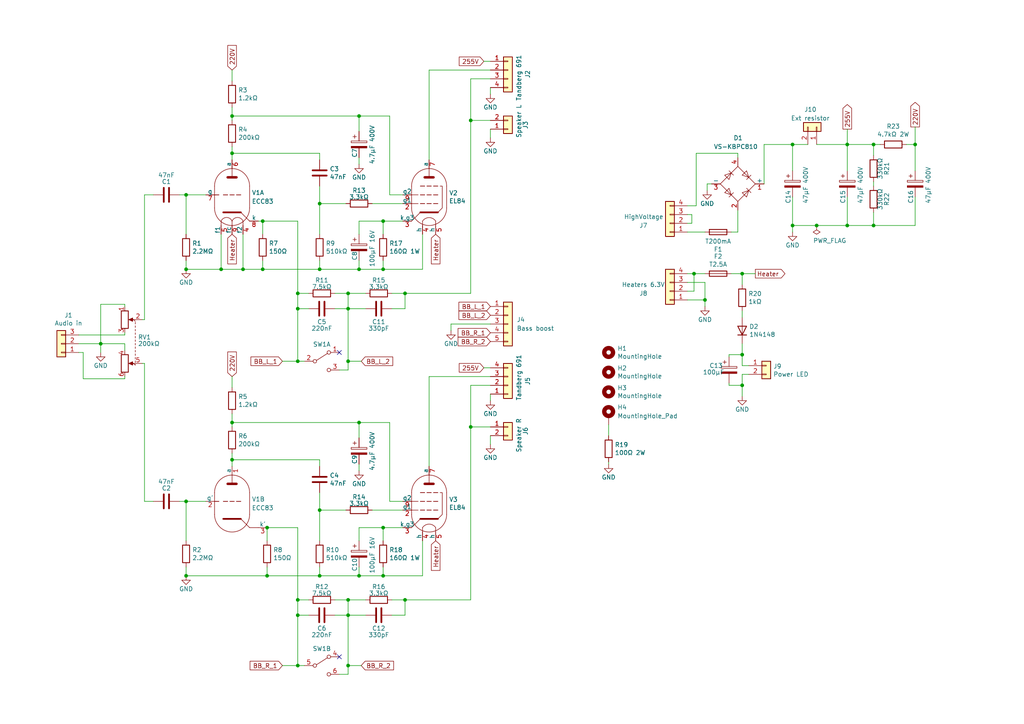
<source format=kicad_sch>
(kicad_sch (version 20230121) (generator eeschema)
  (paper "A4")
  (title_block (title "TA203") (company "Retronics - Bjørner Sandom"))
  (lib_symbols
    (symbol "Connector_Generic:Conn_01x02" (pin_names (offset 1.016) hide)
      (property "Reference" "J" (at 0 2.54 0))
      (property "Value" "Conn_01x02" (at 0 -5.08 0))
      (symbol "Conn_01x02_1_1"
        (rectangle (start -1.27 -2.413) (end 0 -2.667) (stroke (width 0.1524)))
        (rectangle (start -1.27 0.127) (end 0 -0.127) (stroke (width 0.1524)))
        (rectangle (start -1.27 1.27) (end 1.27 -3.81) (stroke (width 0.254)) (fill (type background)))
        (pin passive line (at -5.08 0 0) (length 3.81) (name "Pin_1") (number "1"))
        (pin passive line (at -5.08 -2.54 0) (length 3.81) (name "Pin_2") (number "2"))
      )
    )
    (symbol "Connector_Generic:Conn_01x03" (pin_names (offset 1.016) hide)
      (property "Reference" "J" (at 0 5.08 0))
      (property "Value" "Conn_01x03" (at 0 -5.08 0))
      (symbol "Conn_01x03_1_1"
        (rectangle (start -1.27 -2.413) (end 0 -2.667) (stroke (width 0.1524)))
        (rectangle (start -1.27 0.127) (end 0 -0.127) (stroke (width 0.1524)))
        (rectangle (start -1.27 2.667) (end 0 2.413) (stroke (width 0.1524)))
        (rectangle (start -1.27 3.81) (end 1.27 -3.81) (stroke (width 0.254)) (fill (type background)))
        (pin passive line (at -5.08 2.54 0) (length 3.81) (name "Pin_1") (number "1"))
        (pin passive line (at -5.08 0 0) (length 3.81) (name "Pin_2") (number "2"))
        (pin passive line (at -5.08 -2.54 0) (length 3.81) (name "Pin_3") (number "3"))
      )
    )
    (symbol "Connector_Generic:Conn_01x04" (pin_names (offset 1.016) hide)
      (property "Reference" "J" (at 0 5.08 0))
      (property "Value" "Conn_01x04" (at 0 -7.62 0))
      (symbol "Conn_01x04_1_1"
        (rectangle (start -1.27 -4.953) (end 0 -5.207) (stroke (width 0.1524)))
        (rectangle (start -1.27 -2.413) (end 0 -2.667) (stroke (width 0.1524)))
        (rectangle (start -1.27 0.127) (end 0 -0.127) (stroke (width 0.1524)))
        (rectangle (start -1.27 2.667) (end 0 2.413) (stroke (width 0.1524)))
        (rectangle (start -1.27 3.81) (end 1.27 -6.35) (stroke (width 0.254)) (fill (type background)))
        (pin passive line (at -5.08 2.54 0) (length 3.81) (name "Pin_1") (number "1"))
        (pin passive line (at -5.08 0 0) (length 3.81) (name "Pin_2") (number "2"))
        (pin passive line (at -5.08 -2.54 0) (length 3.81) (name "Pin_3") (number "3"))
        (pin passive line (at -5.08 -5.08 0) (length 3.81) (name "Pin_4") (number "4"))
      )
    )
    (symbol "Connector_Generic:Conn_01x05" (pin_names (offset 1.016) hide)
      (property "Reference" "J" (at 0 7.62 0))
      (property "Value" "Conn_01x05" (at 0 -7.62 0))
      (symbol "Conn_01x05_1_1"
        (rectangle (start -1.27 -4.953) (end 0 -5.207) (stroke (width 0.1524)))
        (rectangle (start -1.27 -2.413) (end 0 -2.667) (stroke (width 0.1524)))
        (rectangle (start -1.27 0.127) (end 0 -0.127) (stroke (width 0.1524)))
        (rectangle (start -1.27 2.667) (end 0 2.413) (stroke (width 0.1524)))
        (rectangle (start -1.27 5.207) (end 0 4.953) (stroke (width 0.1524)))
        (rectangle (start -1.27 6.35) (end 1.27 -6.35) (stroke (width 0.254)) (fill (type background)))
        (pin passive line (at -5.08 5.08 0) (length 3.81) (name "Pin_1") (number "1"))
        (pin passive line (at -5.08 2.54 0) (length 3.81) (name "Pin_2") (number "2"))
        (pin passive line (at -5.08 0 0) (length 3.81) (name "Pin_3") (number "3"))
        (pin passive line (at -5.08 -2.54 0) (length 3.81) (name "Pin_4") (number "4"))
        (pin passive line (at -5.08 -5.08 0) (length 3.81) (name "Pin_5") (number "5"))
      )
    )
    (symbol "Device:C" (pin_numbers hide) (pin_names (offset 0.254))
      (property "Reference" "C" (at 0.635 2.54 0))
      (property "Value" "C" (at 0.635 -2.54 0))
      (symbol "C_0_1"
        (polyline (pts (xy -2.032 -0.762) (xy 2.032 -0.762)) (stroke (width 0.508)))
        (polyline (pts (xy -2.032 0.762) (xy 2.032 0.762)) (stroke (width 0.508)))
      )
      (symbol "C_1_1"
        (pin passive line (at 0 3.81 270) (length 2.794) (name "~") (number "1"))
        (pin passive line (at 0 -3.81 90) (length 2.794) (name "~") (number "2"))
      )
    )
    (symbol "Device:CP" (pin_numbers hide) (pin_names (offset 0.254))
      (property "Reference" "C" (at 0.635 2.54 0))
      (property "Value" "Device_CP" (at 0.635 -2.54 0))
      (symbol "CP_0_1"
        (rectangle (start -2.286 0.508) (end 2.286 1.016))
        (polyline (pts (xy -1.778 2.286) (xy -0.762 2.286)))
        (polyline (pts (xy -1.27 2.794) (xy -1.27 1.778)))
        (rectangle (start 2.286 -0.508) (end -2.286 -1.016) (fill (type outline)))
      )
      (symbol "CP_1_1"
        (pin passive line (at 0 3.81 270) (length 2.794) (name "~") (number "1"))
        (pin passive line (at 0 -3.81 90) (length 2.794) (name "~") (number "2"))
      )
    )
    (symbol "Device:Fuse" (pin_numbers hide) (pin_names (offset 0))
      (property "Reference" "F" (at 2.032 0 90))
      (property "Value" "Fuse" (at -1.905 0 90))
      (symbol "Fuse_0_1"
        (rectangle (start -0.762 -2.54) (end 0.762 2.54) (stroke (width 0.254)))
        (polyline (pts (xy 0 2.54) (xy 0 -2.54)))
      )
      (symbol "Fuse_1_1"
        (pin passive line (at 0 3.81 270) (length 1.27) (name "~") (number "1"))
        (pin passive line (at 0 -3.81 90) (length 1.27) (name "~") (number "2"))
      )
    )
    (symbol "Device:R" (pin_numbers hide) (pin_names (offset 0))
      (property "Reference" "R" (at 2.032 0 90))
      (property "Value" "R" (at 0 0 90))
      (symbol "R_0_1"
        (rectangle (start -1.016 -2.54) (end 1.016 2.54) (stroke (width 0.254)))
      )
      (symbol "R_1_1"
        (pin passive line (at 0 3.81 270) (length 1.27) (name "~") (number "1"))
        (pin passive line (at 0 -3.81 90) (length 1.27) (name "~") (number "2"))
      )
    )
    (symbol "Device:R_POT_Dual" (pin_names (offset 1.016) hide)
      (property "Reference" "RV" (at 0 3.81 0))
      (property "Value" "Device_R_POT_Dual" (at 0 1.905 0))
      (symbol "R_POT_Dual_0_1"
        (rectangle (start -8.89 -1.524) (end -3.81 -3.556) (stroke (width 0.254)))
        (polyline (pts (xy -6.35 0) (xy -6.35 -1.016)))
        (polyline (pts (xy -6.35 0) (xy -6.35 -1.016)))
        (polyline (pts (xy -6.35 0) (xy -5.842 0.508)))
        (polyline (pts (xy -5.588 0.508) (xy -5.08 0.508)))
        (polyline (pts (xy -4.572 0.508) (xy -4.064 0.508)))
        (polyline (pts (xy -3.556 0.508) (xy -3.048 0.508)))
        (polyline (pts (xy -2.54 0.508) (xy -2.032 0.508)))
        (polyline (pts (xy -1.524 0.508) (xy -1.016 0.508)))
        (polyline (pts (xy -0.508 0.508) (xy 0 0.508)))
        (polyline (pts (xy 0.508 0.508) (xy 1.016 0.508)))
        (polyline (pts (xy 1.524 0.508) (xy 2.032 0.508)))
        (polyline (pts (xy 2.54 0.508) (xy 3.048 0.508)))
        (polyline (pts (xy 3.556 0.508) (xy 4.064 0.508)))
        (polyline (pts (xy 4.572 0.508) (xy 5.08 0.508)))
        (polyline (pts (xy 5.588 0.508) (xy 6.096 0.508)))
        (polyline (pts (xy 6.35 0) (xy 6.35 -1.016)))
        (polyline (pts (xy 6.35 0) (xy 6.35 -1.016)))
        (polyline (pts (xy 6.604 0.508) (xy 6.858 0.508) (xy 6.35 0)))
        (polyline (pts (xy -6.35 -1.397) (xy -6.858 -0.254) (xy -5.842 -0.254) (xy -6.35 -1.397)) (fill (type outline)))
        (polyline (pts (xy 6.35 -1.397) (xy 5.842 -0.254) (xy 6.858 -0.254) (xy 6.35 -1.397)) (fill (type outline)))
        (rectangle (start 3.81 -1.524) (end 8.89 -3.556) (stroke (width 0.254)))
      )
      (symbol "R_POT_Dual_1_1"
        (pin passive line (at -10.16 -2.54 0) (length 1.27) (name "1") (number "1"))
        (pin passive line (at -6.35 2.54 270) (length 2.54) (name "2") (number "2"))
        (pin passive line (at -2.54 -2.54 180) (length 1.27) (name "3") (number "3"))
        (pin passive line (at 2.54 -2.54 0) (length 1.27) (name "4") (number "4"))
        (pin passive line (at 6.35 2.54 270) (length 2.54) (name "5") (number "5"))
        (pin passive line (at 10.16 -2.54 180) (length 1.27) (name "6") (number "6"))
      )
    )
    (symbol "Diode:1N4148" (pin_numbers hide) (pin_names (offset 1.016) hide)
      (property "Reference" "D" (at 0 2.54 0))
      (property "Value" "1N4148" (at 0 -2.54 0))
      (symbol "1N4148_0_1"
        (polyline (pts (xy -1.27 1.27) (xy -1.27 -1.27)) (stroke (width 0.254)))
        (polyline (pts (xy 1.27 0) (xy -1.27 0)))
        (polyline (pts (xy 1.27 1.27) (xy 1.27 -1.27) (xy -1.27 0) (xy 1.27 1.27)) (stroke (width 0.254)))
      )
      (symbol "1N4148_1_1"
        (pin passive line (at -3.81 0 0) (length 2.54) (name "K") (number "1"))
        (pin passive line (at 3.81 0 180) (length 2.54) (name "A") (number "2"))
      )
    )
    (symbol "Diode_Bridge:VS-KBPC810" (pin_names (offset 0))
      (property "Reference" "D" (at 2.54 6.985 0))
      (property "Value" "VS-KBPC810" (at 2.54 5.08 0))
      (symbol "VS-KBPC810_0_1"
        (polyline (pts (xy -2.54 3.81) (xy -1.27 2.54)))
        (polyline (pts (xy -1.27 -2.54) (xy -2.54 -3.81)))
        (polyline (pts (xy 2.54 -1.27) (xy 3.81 -2.54)))
        (polyline (pts (xy 2.54 1.27) (xy 3.81 2.54)))
        (polyline (pts (xy -3.81 2.54) (xy -2.54 1.27) (xy -1.905 3.175) (xy -3.81 2.54)))
        (polyline (pts (xy -2.54 -1.27) (xy -3.81 -2.54) (xy -1.905 -3.175) (xy -2.54 -1.27)))
        (polyline (pts (xy 1.27 2.54) (xy 2.54 3.81) (xy 3.175 1.905) (xy 1.27 2.54)))
        (polyline (pts (xy 3.175 -1.905) (xy 1.27 -2.54) (xy 2.54 -3.81) (xy 3.175 -1.905)))
        (polyline (pts (xy -5.08 0) (xy 0 -5.08) (xy 5.08 0) (xy 0 5.08) (xy -5.08 0)))
      )
      (symbol "VS-KBPC810_1_1"
        (pin passive line (at 7.62 0 180) (length 2.54) (name "+") (number "1"))
        (pin passive line (at 0 -7.62 90) (length 2.54) (name "~") (number "2"))
        (pin passive line (at -7.62 0 0) (length 2.54) (name "-") (number "3"))
        (pin passive line (at 0 7.62 270) (length 2.54) (name "~") (number "4"))
      )
    )
    (symbol "Mechanical:MountingHole" (pin_names (offset 1.016))
      (property "Reference" "H" (at 0 5.08 0))
      (property "Value" "MountingHole" (at 0 3.175 0))
      (symbol "MountingHole_0_1"
        (circle (center 0 0) (radius 1.27) (stroke (width 1.27)))
      )
    )
    (symbol "Mechanical:MountingHole_Pad" (pin_numbers hide) (pin_names (offset 1.016) hide)
      (property "Reference" "H" (at 0 6.35 0))
      (property "Value" "MountingHole_Pad" (at 0 4.445 0))
      (symbol "MountingHole_Pad_0_1"
        (circle (center 0 1.27) (radius 1.27) (stroke (width 1.27)))
      )
      (symbol "MountingHole_Pad_1_1"
        (pin input line (at 0 -2.54 90) (length 2.54) (name "1") (number "1"))
      )
    )
    (symbol "Retronics_Tubes:ECC83" (pin_names (offset 0))
      (property "Reference" "V" (at 3.81 10.16 0))
      (property "Value" "Retronics_Tubes_ECC83" (at -5.08 8.89 0))
      (symbol "ECC83_0_1"
        (arc (start -5.08 -2.54) (mid 0 -7.5979) (end 5.08 -2.54))
        (polyline (pts (xy -5.08 -2.54) (xy -5.08 3.81) (xy -5.08 3.81)))
        (polyline (pts (xy 5.08 -2.54) (xy 5.08 3.81) (xy 5.08 3.81)))
        (arc (start 5.08 3.81) (mid 0 8.8679) (end -5.08 3.81))
      )
      (symbol "ECC83_1_1"
        (rectangle (start -1.27 6.35) (end 1.27 6.35) (stroke (width 0.7112)))
        (rectangle (start 0 -7.62) (end 0 -6.35))
        (arc (start 0 -6.35) (mid -1.5875 -5.287) (end -3.175 -6.35))
        (polyline (pts (xy -5.08 1.27) (xy -3.81 1.27)) (stroke (width 0.2032)))
        (polyline (pts (xy -3.175 -7.62) (xy -3.175 -6.35)))
        (polyline (pts (xy -2.54 -3.81) (xy 2.54 -3.81)) (stroke (width 0.508)))
        (polyline (pts (xy -2.54 1.27) (xy -1.27 1.27)) (stroke (width 0.2032)))
        (polyline (pts (xy -0.635 1.27) (xy 0.635 1.27)) (stroke (width 0.2032)))
        (polyline (pts (xy 0 6.35) (xy 0 8.89)))
        (polyline (pts (xy 1.27 1.27) (xy 2.54 1.27)) (stroke (width 0.2032)))
        (polyline (pts (xy 5.08 -6.35) (xy 2.54 -3.81)) (stroke (width 0.1524)))
        (rectangle (start 3.175 -7.62) (end 3.175 -6.35))
        (arc (start 3.175 -6.35) (mid 1.5875 -5.287) (end 0 -6.35))
        (pin input line (at 3.175 -10.16 90) (length 2.54) (name "f2") (number "4"))
        (pin input line (at -3.175 -10.16 90) (length 2.54) (name "f1") (number "5"))
        (pin passive line (at 0 11.43 270) (length 2.54) (name "a") (number "6"))
        (pin input line (at -7.62 1.27 0) (length 2.54) (name "g") (number "7"))
        (pin bidirectional line (at 7.62 -6.35 180) (length 2.54) (name "k") (number "8"))
        (pin input line (at 0 -10.16 90) (length 2.54) (name "fc") (number "9"))
      )
      (symbol "ECC83_2_1"
        (rectangle (start -1.27 6.35) (end 1.27 6.35) (stroke (width 0.7112)))
        (polyline (pts (xy -5.08 1.27) (xy -3.81 1.27)) (stroke (width 0.2032)))
        (polyline (pts (xy -2.54 -3.81) (xy 2.54 -3.81)) (stroke (width 0.508)))
        (polyline (pts (xy -2.54 1.27) (xy -1.27 1.27)) (stroke (width 0.2032)))
        (polyline (pts (xy -0.635 1.27) (xy 0.635 1.27)) (stroke (width 0.2032)))
        (polyline (pts (xy 0 6.35) (xy 0 8.89)))
        (polyline (pts (xy 1.27 1.27) (xy 2.54 1.27)) (stroke (width 0.2032)))
        (polyline (pts (xy 5.08 -6.35) (xy 2.54 -3.81)) (stroke (width 0.1524)))
        (polyline (pts (xy 7.62 -6.35) (xy 5.08 -6.35)) (stroke (width 0.1524)))
        (pin passive line (at 0 11.43 270) (length 2.54) (name "a") (number "1"))
        (pin input line (at -7.62 1.27 0) (length 2.54) (name "g'") (number "2"))
        (pin bidirectional line (at 10.16 -6.35 180) (length 2.54) (name "k'") (number "3"))
      )
    )
    (symbol "Retronics_Tubes:EL84" (pin_names (offset 0))
      (property "Reference" "V" (at 3.81 10.16 0))
      (property "Value" "Retronics_Tubes_EL84" (at -5.08 8.89 0))
      (symbol "EL84_0_1"
        (arc (start -5.08 -2.54) (mid 0 -7.5979) (end 5.08 -2.54))
        (polyline (pts (xy -5.08 -2.54) (xy -5.08 3.81) (xy -5.08 3.81)))
        (polyline (pts (xy 5.08 -2.54) (xy 5.08 3.81) (xy 5.08 3.81)))
        (polyline (pts (xy 3.175 3.81) (xy 3.81 3.81) (xy 3.81 -2.54) (xy 2.54 -3.81)))
        (arc (start 5.08 3.81) (mid 0 8.8679) (end -5.08 3.81))
      )
      (symbol "EL84_1_1"
        (rectangle (start -1.27 6.35) (end 1.27 6.35) (stroke (width 0.7112)))
        (polyline (pts (xy -5.08 -6.35) (xy -2.54 -3.81)) (stroke (width 0.1524)))
        (polyline (pts (xy -5.08 -1.27) (xy -3.175 -1.27)) (stroke (width 0.1524)))
        (polyline (pts (xy -5.08 1.27) (xy -3.175 1.27)) (stroke (width 0.1524)))
        (polyline (pts (xy -2.54 -3.81) (xy 2.54 -3.81)) (stroke (width 0.508)))
        (polyline (pts (xy -2.54 -1.27) (xy -1.27 -1.27)) (stroke (width 0.2032)))
        (polyline (pts (xy -2.54 1.27) (xy -1.27 1.27)) (stroke (width 0.2032)))
        (polyline (pts (xy -2.54 3.81) (xy -1.27 3.81)) (stroke (width 0.2032)))
        (polyline (pts (xy -1.905 -7.62) (xy -1.905 -6.35)) (stroke (width 0.1524)))
        (polyline (pts (xy -0.635 -1.27) (xy 0.635 -1.27)) (stroke (width 0.2032)))
        (polyline (pts (xy -0.635 1.27) (xy 0.635 1.27)) (stroke (width 0.2032)))
        (polyline (pts (xy -0.635 3.81) (xy 0.635 3.81)) (stroke (width 0.2032)))
        (polyline (pts (xy 0 6.35) (xy 0 8.89)))
        (polyline (pts (xy 1.27 -1.27) (xy 2.54 -1.27)) (stroke (width 0.2032)))
        (polyline (pts (xy 1.27 1.27) (xy 2.54 1.27)) (stroke (width 0.2032)))
        (polyline (pts (xy 1.27 3.81) (xy 2.54 3.81)) (stroke (width 0.2032)))
        (polyline (pts (xy 1.905 -7.62) (xy 1.905 -6.35)) (stroke (width 0.1524)))
        (arc (start 1.905 -6.35) (mid 0 -5.3305) (end -1.905 -6.35) (stroke (width 0.1524)))
        (pin input line (at -7.62 -1.27 0) (length 2.54) (name "g1") (number "2"))
        (pin bidirectional line (at -7.62 -6.35 0) (length 2.54) (name "k,g3") (number "3"))
        (pin input line (at -1.905 -10.16 90) (length 2.54) (name "h") (number "4"))
        (pin input line (at 1.905 -10.16 90) (length 2.54) (name "h") (number "5"))
        (pin output line (at 0 11.43 270) (length 2.54) (name "a") (number "7"))
        (pin input line (at -7.62 1.27 0) (length 2.54) (name "g2") (number "9"))
      )
    )
    (symbol "Switch:SW_DPDT_x2" (pin_names (offset 0) hide)
      (property "Reference" "SW" (at 0 4.318 0))
      (property "Value" "SW_DPDT_x2" (at 0 -5.08 0))
      (symbol "SW_DPDT_x2_0_0"
        (circle (center -2.032 0) (radius 0.508))
        (circle (center 2.032 -2.54) (radius 0.508))
      )
      (symbol "SW_DPDT_x2_0_1"
        (polyline (pts (xy -1.524 0.254) (xy 1.651 2.286)))
        (circle (center 2.032 2.54) (radius 0.508))
      )
      (symbol "SW_DPDT_x2_1_1"
        (pin passive line (at 5.08 2.54 180) (length 2.54) (name "A") (number "1"))
        (pin passive line (at -5.08 0 0) (length 2.54) (name "B") (number "2"))
        (pin passive line (at 5.08 -2.54 180) (length 2.54) (name "C") (number "3"))
      )
      (symbol "SW_DPDT_x2_2_1"
        (pin passive line (at 5.08 2.54 180) (length 2.54) (name "A") (number "4"))
        (pin passive line (at -5.08 0 0) (length 2.54) (name "B") (number "5"))
        (pin passive line (at 5.08 -2.54 180) (length 2.54) (name "C") (number "6"))
      )
    )
    (symbol "power:GND" (power) (pin_names (offset 0))
      (property "Value" "GND" (at 0 -3.81 0))
      (symbol "GND_0_1"
        (polyline (pts (xy 0 0) (xy 0 -1.27) (xy 1.27 -1.27) (xy 0 -2.54) (xy -1.27 -1.27) (xy 0 -1.27)))
      )
      (symbol "GND_1_1"
        (pin power_in line (at 0 0 270) (length 0) hide (name "GND") (number "1"))
      )
    )
    (symbol "power:PWR_FLAG" (power) (pin_numbers hide) (pin_names (offset 0) hide)
      (property "Value" "PWR_FLAG" (at 0 3.81 0))
      (symbol "PWR_FLAG_0_0"
        (pin power_out line (at 0 0 90) (length 0) (name "pwr") (number "1"))
      )
      (symbol "PWR_FLAG_0_1"
        (polyline (pts (xy 0 0) (xy 0 1.27) (xy -1.016 1.905) (xy 0 2.54) (xy 1.016 1.905) (xy 0 1.27)))
      )
    )
  )
  (junction (at 104.14 167.005))
  (junction (at 229.87 41.91))
  (junction (at 201.295 79.375))
  (junction (at 111.125 167.005))
  (junction (at 253.365 41.91))
  (junction (at 77.47 153.035))
  (junction (at 117.475 85.09))
  (junction (at 53.975 167.005))
  (junction (at 77.47 167.005))
  (junction (at 86.36 85.09))
  (junction (at 215.265 79.375))
  (junction (at 111.125 64.135))
  (junction (at 92.71 167.005))
  (junction (at 117.475 173.99))
  (junction (at 67.31 33.655))
  (junction (at 100.965 104.775))
  (junction (at 100.965 178.435))
  (junction (at 64.135 78.105))
  (junction (at 92.71 78.105))
  (junction (at 67.31 133.35))
  (junction (at 92.71 147.955))
  (junction (at 245.745 41.91))
  (junction (at 253.365 65.405))
  (junction (at 104.14 33.655))
  (junction (at 236.855 65.405))
  (junction (at 67.31 44.45))
  (junction (at 100.965 85.09))
  (junction (at 76.2 64.135))
  (junction (at 204.47 86.995))
  (junction (at 86.36 178.435))
  (junction (at 215.265 111.76))
  (junction (at 92.71 59.055))
  (junction (at 215.265 102.87))
  (junction (at 104.14 78.105))
  (junction (at 229.87 65.405))
  (junction (at 86.36 173.99))
  (junction (at 136.525 123.825))
  (junction (at 265.43 41.91))
  (junction (at 53.975 78.105))
  (junction (at 111.125 78.105))
  (junction (at 100.965 89.535))
  (junction (at 70.485 78.105))
  (junction (at 86.36 104.775))
  (junction (at 100.965 193.04))
  (junction (at 86.36 89.535))
  (junction (at 245.745 65.405))
  (junction (at 67.31 122.555))
  (junction (at 53.975 56.515))
  (junction (at 100.965 173.99))
  (junction (at 76.2 78.105))
  (junction (at 104.14 122.555))
  (junction (at 29.21 99.695))
  (junction (at 86.36 193.04))
  (junction (at 136.525 34.925))
  (junction (at 53.975 145.415))
  (junction (at 111.125 153.035))
  (no_connect (at 98.425 102.235))
  (no_connect (at 98.425 190.5))
  (wire (pts (xy 111.125 64.135) (xy 116.84 64.135)))
  (wire (pts (xy 88.265 193.04) (xy 86.36 193.04)))
  (wire (pts (xy 199.39 86.995) (xy 204.47 86.995)))
  (wire (pts (xy 86.36 178.435) (xy 89.535 178.435)))
  (wire (pts (xy 113.665 89.535) (xy 117.475 89.535)))
  (wire (pts (xy 104.14 75.565) (xy 104.14 78.105)))
  (wire (pts (xy 130.81 93.98) (xy 130.81 95.885)))
  (wire (pts (xy 204.47 81.915) (xy 204.47 86.995)))
  (wire (pts (xy 212.09 79.375) (xy 215.265 79.375)))
  (wire (pts (xy 140.335 106.68) (xy 142.24 106.68)))
  (wire (pts (xy 215.265 99.695) (xy 215.265 102.87)))
  (wire (pts (xy 76.2 64.135) (xy 76.2 67.945)))
  (wire (pts (xy 70.485 78.105) (xy 76.2 78.105)))
  (wire (pts (xy 122.555 167.005) (xy 122.555 156.845)))
  (wire (pts (xy 229.87 49.53) (xy 229.87 41.91)))
  (wire (pts (xy 212.09 67.31) (xy 213.995 67.31)))
  (wire (pts (xy 41.275 105.41) (xy 41.91 105.41)))
  (wire (pts (xy 136.525 85.09) (xy 136.525 34.925)))
  (wire (pts (xy 229.87 41.91) (xy 234.315 41.91)))
  (wire (pts (xy 53.975 75.565) (xy 53.975 78.105)))
  (wire (pts (xy 86.36 153.035) (xy 86.36 173.99)))
  (wire (pts (xy 122.555 78.105) (xy 122.555 67.945)))
  (wire (pts (xy 229.87 57.15) (xy 229.87 65.405)))
  (wire (pts (xy 24.13 109.855) (xy 24.13 102.235)))
  (wire (pts (xy 142.24 111.76) (xy 136.525 111.76)))
  (wire (pts (xy 67.31 31.115) (xy 67.31 33.655)))
  (wire (pts (xy 100.965 89.535) (xy 100.965 104.775)))
  (wire (pts (xy 245.745 37.465) (xy 245.745 41.91)))
  (wire (pts (xy 92.71 167.005) (xy 104.14 167.005)))
  (wire (pts (xy 100.33 147.955) (xy 92.71 147.955)))
  (wire (pts (xy 199.39 62.23) (xy 200.66 62.23)))
  (wire (pts (xy 211.455 103.505) (xy 211.455 102.87)))
  (wire (pts (xy 113.03 122.555) (xy 104.14 122.555)))
  (wire (pts (xy 92.71 67.945) (xy 92.71 59.055)))
  (wire (pts (xy 67.31 46.355) (xy 67.31 44.45)))
  (wire (pts (xy 104.14 78.105) (xy 111.125 78.105)))
  (wire (pts (xy 76.2 64.135) (xy 86.36 64.135)))
  (wire (pts (xy 67.31 131.445) (xy 67.31 133.35)))
  (wire (pts (xy 201.93 59.69) (xy 201.93 44.45)))
  (wire (pts (xy 100.33 59.055) (xy 92.71 59.055)))
  (wire (pts (xy 111.125 75.565) (xy 111.125 78.105)))
  (wire (pts (xy 86.36 89.535) (xy 89.535 89.535)))
  (wire (pts (xy 86.36 85.09) (xy 86.36 89.535)))
  (wire (pts (xy 136.525 111.76) (xy 136.525 123.825)))
  (wire (pts (xy 215.265 79.375) (xy 219.075 79.375)))
  (wire (pts (xy 22.86 97.155) (xy 36.195 97.155)))
  (wire (pts (xy 265.43 65.405) (xy 265.43 57.15)))
  (wire (pts (xy 52.07 56.515) (xy 53.975 56.515)))
  (wire (pts (xy 236.855 65.405) (xy 245.745 65.405)))
  (wire (pts (xy 107.95 59.055) (xy 116.84 59.055)))
  (wire (pts (xy 70.485 67.945) (xy 70.485 78.105)))
  (wire (pts (xy 211.455 102.87) (xy 215.265 102.87)))
  (wire (pts (xy 201.295 79.375) (xy 201.295 84.455)))
  (wire (pts (xy 199.39 67.31) (xy 204.47 67.31)))
  (wire (pts (xy 29.21 102.235) (xy 29.21 99.695)))
  (wire (pts (xy 215.265 90.17) (xy 215.265 92.075)))
  (wire (pts (xy 67.31 122.555) (xy 67.31 123.825)))
  (wire (pts (xy 98.425 107.315) (xy 100.965 107.315)))
  (wire (pts (xy 204.47 86.995) (xy 204.47 88.9)))
  (wire (pts (xy 29.21 99.695) (xy 29.21 88.265)))
  (wire (pts (xy 86.36 173.99) (xy 86.36 178.435)))
  (wire (pts (xy 199.39 79.375) (xy 201.295 79.375)))
  (wire (pts (xy 201.295 79.375) (xy 204.47 79.375)))
  (wire (pts (xy 142.24 27.305) (xy 142.24 25.4)))
  (wire (pts (xy 229.87 65.405) (xy 236.855 65.405)))
  (wire (pts (xy 104.14 67.945) (xy 104.14 64.135)))
  (wire (pts (xy 104.14 122.555) (xy 67.31 122.555)))
  (wire (pts (xy 100.965 85.09) (xy 106.045 85.09)))
  (wire (pts (xy 100.965 173.99) (xy 106.045 173.99)))
  (wire (pts (xy 89.535 173.99) (xy 86.36 173.99)))
  (wire (pts (xy 253.365 45.085) (xy 253.365 41.91)))
  (wire (pts (xy 100.965 89.535) (xy 97.155 89.535)))
  (wire (pts (xy 100.965 178.435) (xy 100.965 193.04)))
  (wire (pts (xy 236.855 41.91) (xy 245.745 41.91)))
  (wire (pts (xy 104.14 38.1) (xy 104.14 33.655)))
  (wire (pts (xy 41.91 145.415) (xy 44.45 145.415)))
  (wire (pts (xy 67.31 133.35) (xy 92.71 133.35)))
  (wire (pts (xy 215.265 108.585) (xy 215.265 111.76)))
  (wire (pts (xy 92.71 133.35) (xy 92.71 135.255)))
  (wire (pts (xy 117.475 178.435) (xy 117.475 173.99)))
  (wire (pts (xy 136.525 123.825) (xy 142.24 123.825)))
  (wire (pts (xy 253.365 65.405) (xy 265.43 65.405)))
  (wire (pts (xy 111.125 164.465) (xy 111.125 167.005)))
  (wire (pts (xy 29.21 88.265) (xy 36.195 88.265)))
  (wire (pts (xy 36.195 101.6) (xy 36.195 99.695)))
  (wire (pts (xy 97.155 173.99) (xy 100.965 173.99)))
  (wire (pts (xy 41.91 92.71) (xy 41.91 56.515)))
  (wire (pts (xy 104.14 64.135) (xy 111.125 64.135)))
  (wire (pts (xy 142.24 22.86) (xy 136.525 22.86)))
  (wire (pts (xy 113.03 56.515) (xy 113.03 33.655)))
  (wire (pts (xy 116.84 145.415) (xy 113.03 145.415)))
  (wire (pts (xy 176.53 123.19) (xy 176.53 126.365)))
  (wire (pts (xy 97.155 85.09) (xy 100.965 85.09)))
  (wire (pts (xy 67.31 120.015) (xy 67.31 122.555)))
  (wire (pts (xy 142.24 116.205) (xy 142.24 114.3)))
  (wire (pts (xy 215.265 82.55) (xy 215.265 79.375)))
  (wire (pts (xy 111.125 153.035) (xy 116.84 153.035)))
  (wire (pts (xy 92.71 78.105) (xy 104.14 78.105)))
  (wire (pts (xy 136.525 34.925) (xy 142.24 34.925)))
  (wire (pts (xy 176.53 134.62) (xy 176.53 133.985)))
  (wire (pts (xy 201.93 44.45) (xy 213.995 44.45)))
  (wire (pts (xy 67.31 20.32) (xy 67.31 23.495)))
  (wire (pts (xy 111.125 156.845) (xy 111.125 153.035)))
  (wire (pts (xy 89.535 85.09) (xy 86.36 85.09)))
  (wire (pts (xy 124.46 109.22) (xy 142.24 109.22)))
  (wire (pts (xy 67.31 33.655) (xy 67.31 34.925)))
  (wire (pts (xy 36.195 109.22) (xy 36.195 109.855)))
  (wire (pts (xy 41.275 92.71) (xy 41.91 92.71)))
  (wire (pts (xy 36.195 97.155) (xy 36.195 96.52)))
  (wire (pts (xy 53.975 78.105) (xy 64.135 78.105)))
  (wire (pts (xy 213.995 67.31) (xy 213.995 60.96)))
  (wire (pts (xy 92.71 156.845) (xy 92.71 147.955)))
  (wire (pts (xy 100.965 104.775) (xy 104.775 104.775)))
  (wire (pts (xy 53.975 156.845) (xy 53.975 145.415)))
  (wire (pts (xy 215.265 102.87) (xy 215.265 106.045)))
  (wire (pts (xy 106.045 178.435) (xy 100.965 178.435)))
  (wire (pts (xy 265.43 36.83) (xy 265.43 41.91)))
  (wire (pts (xy 245.745 65.405) (xy 253.365 65.405)))
  (wire (pts (xy 92.71 44.45) (xy 92.71 46.355)))
  (wire (pts (xy 104.14 136.525) (xy 104.14 134.62)))
  (wire (pts (xy 86.36 89.535) (xy 86.36 104.775)))
  (wire (pts (xy 67.31 109.22) (xy 67.31 112.395)))
  (wire (pts (xy 67.31 44.45) (xy 92.71 44.45)))
  (wire (pts (xy 107.95 147.955) (xy 116.84 147.955)))
  (wire (pts (xy 104.14 33.655) (xy 67.31 33.655)))
  (wire (pts (xy 88.265 104.775) (xy 86.36 104.775)))
  (wire (pts (xy 113.665 178.435) (xy 117.475 178.435)))
  (wire (pts (xy 36.195 99.695) (xy 29.21 99.695)))
  (wire (pts (xy 124.46 20.32) (xy 124.46 46.355)))
  (wire (pts (xy 53.975 56.515) (xy 59.69 56.515)))
  (wire (pts (xy 104.14 127) (xy 104.14 122.555)))
  (wire (pts (xy 81.915 193.04) (xy 86.36 193.04)))
  (wire (pts (xy 113.03 145.415) (xy 113.03 122.555)))
  (wire (pts (xy 100.965 178.435) (xy 97.155 178.435)))
  (wire (pts (xy 92.71 164.465) (xy 92.71 167.005)))
  (wire (pts (xy 117.475 173.99) (xy 136.525 173.99)))
  (wire (pts (xy 92.71 59.055) (xy 92.71 53.975)))
  (wire (pts (xy 64.135 67.945) (xy 64.135 78.105)))
  (wire (pts (xy 113.665 85.09) (xy 117.475 85.09)))
  (wire (pts (xy 265.43 41.91) (xy 262.89 41.91)))
  (wire (pts (xy 215.265 108.585) (xy 217.17 108.585)))
  (wire (pts (xy 142.24 93.98) (xy 130.81 93.98)))
  (wire (pts (xy 36.195 109.855) (xy 24.13 109.855)))
  (wire (pts (xy 64.135 78.105) (xy 70.485 78.105)))
  (wire (pts (xy 100.965 104.775) (xy 100.965 107.315)))
  (wire (pts (xy 211.455 111.76) (xy 215.265 111.76)))
  (wire (pts (xy 74.93 64.135) (xy 76.2 64.135)))
  (wire (pts (xy 104.14 153.035) (xy 111.125 153.035)))
  (wire (pts (xy 86.36 104.775) (xy 81.915 104.775)))
  (wire (pts (xy 142.24 128.905) (xy 142.24 126.365)))
  (wire (pts (xy 229.87 67.31) (xy 229.87 65.405)))
  (wire (pts (xy 116.84 56.515) (xy 113.03 56.515)))
  (wire (pts (xy 113.03 33.655) (xy 104.14 33.655)))
  (wire (pts (xy 205.105 55.245) (xy 205.105 53.34)))
  (wire (pts (xy 215.265 106.045) (xy 217.17 106.045)))
  (wire (pts (xy 199.39 81.915) (xy 204.47 81.915)))
  (wire (pts (xy 86.36 64.135) (xy 86.36 85.09)))
  (wire (pts (xy 77.47 167.005) (xy 92.71 167.005)))
  (wire (pts (xy 205.105 53.34) (xy 206.375 53.34)))
  (wire (pts (xy 52.07 145.415) (xy 53.975 145.415)))
  (wire (pts (xy 98.425 195.58) (xy 100.965 195.58)))
  (wire (pts (xy 104.14 167.005) (xy 111.125 167.005)))
  (wire (pts (xy 92.71 75.565) (xy 92.71 78.105)))
  (wire (pts (xy 106.045 89.535) (xy 100.965 89.535)))
  (wire (pts (xy 41.91 105.41) (xy 41.91 145.415)))
  (wire (pts (xy 199.39 64.77) (xy 200.66 64.77)))
  (wire (pts (xy 41.91 56.515) (xy 44.45 56.515)))
  (wire (pts (xy 211.455 111.125) (xy 211.455 111.76)))
  (wire (pts (xy 77.47 153.035) (xy 86.36 153.035)))
  (wire (pts (xy 86.36 178.435) (xy 86.36 193.04)))
  (wire (pts (xy 100.965 89.535) (xy 100.965 85.09)))
  (wire (pts (xy 253.365 41.91) (xy 245.745 41.91)))
  (wire (pts (xy 201.295 84.455) (xy 199.39 84.455)))
  (wire (pts (xy 111.125 67.945) (xy 111.125 64.135)))
  (wire (pts (xy 76.2 78.105) (xy 92.71 78.105)))
  (wire (pts (xy 253.365 53.975) (xy 253.365 52.705)))
  (wire (pts (xy 22.86 99.695) (xy 29.21 99.695)))
  (wire (pts (xy 76.2 75.565) (xy 76.2 78.105)))
  (wire (pts (xy 245.745 65.405) (xy 245.745 57.15)))
  (wire (pts (xy 221.615 53.34) (xy 221.615 41.91)))
  (wire (pts (xy 104.14 47.625) (xy 104.14 45.72)))
  (wire (pts (xy 77.47 153.035) (xy 77.47 156.845)))
  (wire (pts (xy 67.31 42.545) (xy 67.31 44.45)))
  (wire (pts (xy 53.975 167.005) (xy 77.47 167.005)))
  (wire (pts (xy 215.265 111.76) (xy 215.265 114.935)))
  (wire (pts (xy 113.665 173.99) (xy 117.475 173.99)))
  (wire (pts (xy 200.66 62.23) (xy 200.66 64.77)))
  (wire (pts (xy 213.995 44.45) (xy 213.995 45.72)))
  (wire (pts (xy 53.975 164.465) (xy 53.975 167.005)))
  (wire (pts (xy 104.775 193.04) (xy 100.965 193.04)))
  (wire (pts (xy 255.27 41.91) (xy 253.365 41.91)))
  (wire (pts (xy 100.965 178.435) (xy 100.965 173.99)))
  (wire (pts (xy 53.975 67.945) (xy 53.975 56.515)))
  (wire (pts (xy 117.475 85.09) (xy 136.525 85.09)))
  (wire (pts (xy 124.46 20.32) (xy 142.24 20.32)))
  (wire (pts (xy 124.46 109.22) (xy 124.46 135.255)))
  (wire (pts (xy 142.24 40.005) (xy 142.24 37.465)))
  (wire (pts (xy 111.125 167.005) (xy 122.555 167.005)))
  (wire (pts (xy 53.975 145.415) (xy 59.69 145.415)))
  (wire (pts (xy 136.525 22.86) (xy 136.525 34.925)))
  (wire (pts (xy 221.615 41.91) (xy 229.87 41.91)))
  (wire (pts (xy 111.125 78.105) (xy 122.555 78.105)))
  (wire (pts (xy 77.47 164.465) (xy 77.47 167.005)))
  (wire (pts (xy 92.71 147.955) (xy 92.71 142.875)))
  (wire (pts (xy 199.39 59.69) (xy 201.93 59.69)))
  (wire (pts (xy 22.86 102.235) (xy 24.13 102.235)))
  (wire (pts (xy 104.14 156.845) (xy 104.14 153.035)))
  (wire (pts (xy 136.525 173.99) (xy 136.525 123.825)))
  (wire (pts (xy 104.14 164.465) (xy 104.14 167.005)))
  (wire (pts (xy 36.195 88.265) (xy 36.195 88.9)))
  (wire (pts (xy 140.335 17.78) (xy 142.24 17.78)))
  (wire (pts (xy 253.365 61.595) (xy 253.365 65.405)))
  (wire (pts (xy 265.43 49.53) (xy 265.43 41.91)))
  (wire (pts (xy 117.475 89.535) (xy 117.475 85.09)))
  (wire (pts (xy 100.965 193.04) (xy 100.965 195.58)))
  (wire (pts (xy 67.31 135.255) (xy 67.31 133.35)))
  (wire (pts (xy 245.745 41.91) (xy 245.745 49.53)))
  (global_label "220V" (shape input) (at 67.31 109.22 90) (property "Intersheetrefs" "${INTERSHEET_REFS}" (effects hide)))
  (global_label "BB_L_1" (shape input) (at 81.915 104.775 180) (property "Intersheetrefs" "${INTERSHEET_REFS}" (effects hide)))
  (global_label "BB_R_1" (shape input) (at 142.24 96.52 180) (property "Intersheetrefs" "${INTERSHEET_REFS}" (effects hide)))
  (global_label "BB_R_2" (shape input) (at 104.775 193.04 0) (property "Intersheetrefs" "${INTERSHEET_REFS}" (effects hide)))
  (global_label "BB_R_2" (shape input) (at 142.24 99.06 180) (property "Intersheetrefs" "${INTERSHEET_REFS}" (effects hide)))
  (global_label "BB_L_2" (shape input) (at 104.775 104.775 0) (property "Intersheetrefs" "${INTERSHEET_REFS}" (effects hide)))
  (global_label "255V" (shape output) (at 245.745 37.465 90) (property "Intersheetrefs" "${INTERSHEET_REFS}" (effects hide)))
  (global_label "Heater" (shape input) (at 67.31 67.945 270) (property "Intersheetrefs" "${INTERSHEET_REFS}" (effects hide)))
  (global_label "255V" (shape input) (at 140.335 17.78 180) (property "Intersheetrefs" "${INTERSHEET_REFS}" (effects hide)))
  (global_label "BB_L_2" (shape input) (at 142.24 91.44 180) (property "Intersheetrefs" "${INTERSHEET_REFS}" (effects hide)))
  (global_label "220V" (shape input) (at 67.31 20.32 90) (property "Intersheetrefs" "${INTERSHEET_REFS}" (effects hide)))
  (global_label "BB_L_1" (shape input) (at 142.24 88.9 180) (property "Intersheetrefs" "${INTERSHEET_REFS}" (effects hide)))
  (global_label "Heater" (shape input) (at 126.365 156.845 270) (property "Intersheetrefs" "${INTERSHEET_REFS}" (effects hide)))
  (global_label "BB_R_1" (shape input) (at 81.915 193.04 180) (property "Intersheetrefs" "${INTERSHEET_REFS}" (effects hide)))
  (global_label "Heater" (shape input) (at 126.365 67.945 270) (property "Intersheetrefs" "${INTERSHEET_REFS}" (effects hide)))
  (global_label "220V" (shape output) (at 265.43 36.83 90) (property "Intersheetrefs" "${INTERSHEET_REFS}" (effects hide)))
  (global_label "Heater" (shape output) (at 219.075 79.375 0) (property "Intersheetrefs" "${INTERSHEET_REFS}" (effects hide)))
  (global_label "255V" (shape input) (at 140.335 106.68 180) (property "Intersheetrefs" "${INTERSHEET_REFS}" (effects hide)))
  (symbol (lib_id "Retronics_Tubes:EL84") (at 124.46 57.785 0) (unit 1)
    (property "Reference" "V2" (at 130.2512 55.9816 0) (effects (justify left)))
    (property "Value" "EL84" (at 130.2512 58.293 0) (effects (justify left)))
    (property "Footprint" "myDevices:Socket_Noval_Ceramic_1" (effects hide))
  )
  (symbol (lib_id "Connector_Generic:Conn_01x04") (at 147.32 20.32 0) (unit 1)
    (property "Reference" "J2" (at 153.035 20.32 90) (effects (justify right)))
    (property "Value" "Tandberg 691" (at 150.495 15.875 90) (effects (justify right)))
    (property "Footprint" "myDevices:TerminalBlock_LCSC_P5.08mm_4" (effects hide))
  )
  (symbol (lib_id "power:GND") (at 142.24 27.305 0) (unit 1)
    (property "Reference" "#PWR07" (effects hide))
    (property "Value" "GND" (at 142.24 31.115 0))
  )
  (symbol (lib_id "Connector_Generic:Conn_01x02") (at 147.32 37.465 0) (mirror x) (unit 1)
    (property "Reference" "J3" (at 152.4 37.465 90) (effects (justify right)))
    (property "Value" "Speaker L" (at 150.495 40.005 90) (effects (justify right)))
    (property "Footprint" "myDevices:TerminalBlock_LCSC_P5.08mm" (effects hide))
  )
  (symbol (lib_id "power:GND") (at 142.24 40.005 0) (unit 1)
    (property "Reference" "#PWR08" (effects hide))
    (property "Value" "GND" (at 142.24 43.815 0))
  )
  (symbol (lib_id "Device:R") (at 111.125 71.755 0) (unit 1)
    (property "Reference" "R17" (at 112.903 70.5866 0) (effects (justify left)))
    (property "Value" "160Ω 1W" (at 112.903 72.898 0) (effects (justify left)))
    (property "Footprint" "Resistor_THT:R_Axial_DIN0414_L11.9mm_D4.5mm_P15.24mm_Horizontal" (effects hide))
  )
  (symbol (lib_id "Device:R") (at 104.14 59.055 90) (unit 1)
    (property "Reference" "R13" (at 104.14 55.245 90))
    (property "Value" "3.3kΩ" (at 104.14 57.15 90))
    (property "Footprint" "Resistor_THT:R_Axial_DIN0207_L6.3mm_D2.5mm_P7.62mm_Horizontal" (effects hide))
  )
  (symbol (lib_id "Connector_Generic:Conn_01x04") (at 194.31 64.77 180) (unit 1)
    (property "Reference" "J7" (at 185.42 65.405 0) (effects (justify right)))
    (property "Value" "HighVoltage" (at 180.975 62.865 0) (effects (justify right)))
    (property "Footprint" "myDevices:TerminalBlock_LCSC_P5.08mm_4" (effects hide))
  )
  (symbol (lib_id "power:GND") (at 229.87 67.31 0) (unit 1)
    (property "Reference" "#PWR015" (effects hide))
    (property "Value" "GND" (at 229.87 71.12 0))
  )
  (symbol (lib_id "power:GND") (at 53.975 78.105 0) (unit 1)
    (property "Reference" "#PWR02" (effects hide))
    (property "Value" "GND" (at 53.975 81.915 0))
  )
  (symbol (lib_id "Device:R") (at 259.08 41.91 270) (unit 1)
    (property "Reference" "R23" (at 259.08 36.6522 90))
    (property "Value" "4.7kΩ 2W" (at 259.08 38.9636 90))
    (property "Footprint" "Resistor_THT:R_Axial_DIN0414_L11.9mm_D4.5mm_P15.24mm_Horizontal" (effects hide))
  )
  (symbol (lib_id "Device:Fuse") (at 208.28 67.31 90) (unit 1)
    (property "Reference" "F1" (at 208.28 72.3138 90))
    (property "Value" "T200mA" (at 208.28 70.0024 90))
    (property "Footprint" "Fuse:Fuse_Littelfuse_372_D8.50mm" (effects hide))
  )
  (symbol (lib_id "Device:CP") (at 229.87 53.34 0) (unit 1)
    (property "Reference" "C14" (at 228.6 59.055 90) (effects (justify left)))
    (property "Value" "47µF 400V" (at 233.68 59.055 90) (effects (justify left)))
    (property "Footprint" "Capacitor_THT:CP_Radial_D18.0mm_P7.50mm" (effects hide))
  )
  (symbol (lib_id "Device:CP") (at 245.745 53.34 0) (unit 1)
    (property "Reference" "C15" (at 244.475 59.055 90) (effects (justify left)))
    (property "Value" "47µF 400V" (at 249.555 59.055 90) (effects (justify left)))
    (property "Footprint" "Capacitor_THT:CP_Radial_D18.0mm_P7.50mm" (effects hide))
  )
  (symbol (lib_id "Device:CP") (at 265.43 53.34 0) (unit 1)
    (property "Reference" "C16" (at 264.16 59.055 90) (effects (justify left)))
    (property "Value" "47µF 400V" (at 269.24 59.055 90) (effects (justify left)))
    (property "Footprint" "Capacitor_THT:CP_Radial_D18.0mm_P7.50mm" (effects hide))
  )
  (symbol (lib_id "Device:Fuse") (at 208.28 79.375 270) (unit 1)
    (property "Reference" "F2" (at 208.28 74.3712 90))
    (property "Value" "T2.5A" (at 208.28 76.6826 90))
    (property "Footprint" "Fuse:Fuse_Littelfuse_372_D8.50mm" (effects hide))
  )
  (symbol (lib_id "power:GND") (at 204.47 88.9 0) (unit 1)
    (property "Reference" "#PWR012" (effects hide))
    (property "Value" "GND" (at 204.47 92.71 0))
  )
  (symbol (lib_id "Retronics_Tubes:ECC83") (at 67.31 57.785 0) (unit 1)
    (property "Reference" "V1" (at 73.025 55.88 0) (effects (justify left)))
    (property "Value" "ECC83" (at 73.025 58.42 0) (effects (justify left)))
    (property "Footprint" "myDevices:Socket_Noval_Ceramic_1" (effects hide))
  )
  (symbol (lib_id "Device:C") (at 92.71 50.165 0) (unit 1)
    (property "Reference" "C3" (at 95.631 48.9966 0) (effects (justify left)))
    (property "Value" "47nF" (at 95.631 51.308 0) (effects (justify left)))
    (property "Footprint" "Capacitor_THT:C_Rect_L7.2mm_W7.2mm_P5.00mm_FKS2_FKP2_MKS2_MKP2" (effects hide))
  )
  (symbol (lib_id "Device:R") (at 92.71 71.755 0) (unit 1)
    (property "Reference" "R9" (at 94.488 70.5866 0) (effects (justify left)))
    (property "Value" "510kΩ" (at 94.488 72.898 0) (effects (justify left)))
    (property "Footprint" "Resistor_THT:R_Axial_DIN0207_L6.3mm_D2.5mm_P7.62mm_Horizontal" (effects hide))
  )
  (symbol (lib_id "Device:R") (at 67.31 38.735 0) (unit 1)
    (property "Reference" "R4" (at 69.088 37.5666 0) (effects (justify left)))
    (property "Value" "200kΩ" (at 69.088 39.878 0) (effects (justify left)))
    (property "Footprint" "Resistor_THT:R_Axial_DIN0207_L6.3mm_D2.5mm_P7.62mm_Horizontal" (effects hide))
  )
  (symbol (lib_id "Device:CP") (at 104.14 71.755 0) (unit 1)
    (property "Reference" "C8" (at 102.87 75.565 90) (effects (justify left)))
    (property "Value" "100µF 16V" (at 107.95 77.47 90) (effects (justify left)))
    (property "Footprint" "Capacitor_THT:CP_Radial_D5.0mm_P2.50mm" (effects hide))
  )
  (symbol (lib_id "Device:R") (at 67.31 27.305 0) (unit 1)
    (property "Reference" "R3" (at 69.088 26.1366 0) (effects (justify left)))
    (property "Value" "1.2kΩ" (at 69.088 28.448 0) (effects (justify left)))
    (property "Footprint" "Resistor_THT:R_Axial_DIN0207_L6.3mm_D2.5mm_P7.62mm_Horizontal" (effects hide))
  )
  (symbol (lib_id "Device:CP") (at 104.14 41.91 0) (unit 1)
    (property "Reference" "C7" (at 102.87 45.72 90) (effects (justify left)))
    (property "Value" "4.7µF 400V" (at 107.95 47.625 90) (effects (justify left)))
    (property "Footprint" "Capacitor_THT:CP_Radial_D10.0mm_P5.00mm" (effects hide))
  )
  (symbol (lib_id "power:GND") (at 104.14 47.625 0) (unit 1)
    (property "Reference" "#PWR04" (effects hide))
    (property "Value" "GND" (at 104.14 51.435 0))
  )
  (symbol (lib_id "Device:R") (at 76.2 71.755 0) (unit 1)
    (property "Reference" "R7" (at 77.978 70.5866 0) (effects (justify left)))
    (property "Value" "150Ω" (at 77.978 72.898 0) (effects (justify left)))
    (property "Footprint" "Resistor_THT:R_Axial_DIN0207_L6.3mm_D2.5mm_P7.62mm_Horizontal" (effects hide))
  )
  (symbol (lib_id "Device:R") (at 53.975 71.755 0) (unit 1)
    (property "Reference" "R1" (at 55.753 70.5866 0) (effects (justify left)))
    (property "Value" "2.2MΩ" (at 55.753 72.898 0) (effects (justify left)))
    (property "Footprint" "Resistor_THT:R_Axial_DIN0207_L6.3mm_D2.5mm_P7.62mm_Horizontal" (effects hide))
  )
  (symbol (lib_id "Device:R") (at 109.855 85.09 90) (unit 1)
    (property "Reference" "R15" (at 109.855 81.28 90))
    (property "Value" "3.3kΩ" (at 109.855 83.185 90))
    (property "Footprint" "Resistor_THT:R_Axial_DIN0207_L6.3mm_D2.5mm_P7.62mm_Horizontal" (effects hide))
  )
  (symbol (lib_id "Device:C") (at 109.855 89.535 90) (unit 1)
    (property "Reference" "C11" (at 109.855 93.345 90))
    (property "Value" "330pF" (at 109.855 95.25 90))
    (property "Footprint" "myDevices:C_Axial_L10.0mm_D6mm_P12.00mm_Horizontal" (effects hide))
  )
  (symbol (lib_id "Device:R") (at 93.345 85.09 90) (unit 1)
    (property "Reference" "R11" (at 93.345 81.28 90))
    (property "Value" "7.5kΩ" (at 93.345 83.185 90))
    (property "Footprint" "Resistor_THT:R_Axial_DIN0207_L6.3mm_D2.5mm_P7.62mm_Horizontal" (effects hide))
  )
  (symbol (lib_id "Device:C") (at 93.345 89.535 90) (unit 1)
    (property "Reference" "C5" (at 93.345 93.345 90))
    (property "Value" "220nF" (at 93.345 95.25 90))
    (property "Footprint" "myDevices:C_Axial_L15.0mm_D7mm_P18.00mm_Horizontal" (effects hide))
  )
  (symbol (lib_id "Device:C") (at 48.26 56.515 270) (unit 1)
    (property "Reference" "C1" (at 48.26 52.705 90))
    (property "Value" "47nF" (at 48.26 50.8 90))
    (property "Footprint" "Capacitor_THT:C_Rect_L7.2mm_W7.2mm_P5.00mm_FKS2_FKP2_MKS2_MKP2" (effects hide))
  )
  (symbol (lib_id "Device:R") (at 253.365 48.895 0) (unit 1)
    (property "Reference" "R21" (at 257.175 48.895 90))
    (property "Value" "330kΩ" (at 255.27 48.895 90))
    (property "Footprint" "Resistor_THT:R_Axial_DIN0207_L6.3mm_D2.5mm_P7.62mm_Horizontal" (effects hide))
  )
  (symbol (lib_id "Retronics_Tubes:EL84") (at 124.46 146.685 0) (unit 1)
    (property "Reference" "V3" (at 130.2512 144.8816 0) (effects (justify left)))
    (property "Value" "EL84" (at 130.2512 147.193 0) (effects (justify left)))
    (property "Footprint" "myDevices:Socket_Noval_Ceramic_1" (effects hide))
  )
  (symbol (lib_id "Connector_Generic:Conn_01x04") (at 147.32 111.76 0) (mirror x) (unit 1)
    (property "Reference" "J5" (at 153.035 111.76 90) (effects (justify right)))
    (property "Value" "Tandberg 691" (at 150.495 116.205 90) (effects (justify right)))
    (property "Footprint" "myDevices:TerminalBlock_LCSC_P5.08mm_4" (effects hide))
  )
  (symbol (lib_id "power:GND") (at 142.24 128.905 0) (unit 1)
    (property "Reference" "#PWR010" (effects hide))
    (property "Value" "GND" (at 142.24 132.715 0))
  )
  (symbol (lib_id "power:GND") (at 142.24 116.205 0) (unit 1)
    (property "Reference" "#PWR09" (effects hide))
    (property "Value" "GND" (at 142.24 120.015 0))
  )
  (symbol (lib_id "Device:R") (at 111.125 160.655 0) (unit 1)
    (property "Reference" "R18" (at 112.903 159.4866 0) (effects (justify left)))
    (property "Value" "160Ω 1W" (at 112.903 161.798 0) (effects (justify left)))
    (property "Footprint" "Resistor_THT:R_Axial_DIN0414_L11.9mm_D4.5mm_P15.24mm_Horizontal" (effects hide))
  )
  (symbol (lib_id "Device:R") (at 104.14 147.955 90) (unit 1)
    (property "Reference" "R14" (at 104.14 144.145 90))
    (property "Value" "3.3kΩ" (at 104.14 146.05 90))
    (property "Footprint" "Resistor_THT:R_Axial_DIN0207_L6.3mm_D2.5mm_P7.62mm_Horizontal" (effects hide))
  )
  (symbol (lib_id "Connector_Generic:Conn_01x02") (at 147.32 123.825 0) (unit 1)
    (property "Reference" "J6" (at 152.4 123.825 90) (effects (justify right)))
    (property "Value" "Speaker R" (at 150.495 121.285 90) (effects (justify right)))
    (property "Footprint" "myDevices:TerminalBlock_LCSC_P5.08mm" (effects hide))
  )
  (symbol (lib_id "power:GND") (at 53.975 167.005 0) (unit 1)
    (property "Reference" "#PWR03" (effects hide))
    (property "Value" "GND" (at 53.975 170.815 0))
  )
  (symbol (lib_id "Retronics_Tubes:ECC83") (at 67.31 146.685 0) (unit 2)
    (property "Reference" "V1" (at 73.025 144.78 0) (effects (justify left)))
    (property "Value" "ECC83" (at 73.025 147.32 0) (effects (justify left)))
    (property "Footprint" "myDevices:Socket_Noval_Ceramic_1" (effects hide))
  )
  (symbol (lib_id "Device:C") (at 92.71 139.065 0) (unit 1)
    (property "Reference" "C4" (at 95.631 137.8966 0) (effects (justify left)))
    (property "Value" "47nF" (at 95.631 140.208 0) (effects (justify left)))
    (property "Footprint" "Capacitor_THT:C_Rect_L7.2mm_W7.2mm_P5.00mm_FKS2_FKP2_MKS2_MKP2" (effects hide))
  )
  (symbol (lib_id "Device:R") (at 92.71 160.655 0) (unit 1)
    (property "Reference" "R10" (at 94.488 159.4866 0) (effects (justify left)))
    (property "Value" "510kΩ" (at 94.488 161.798 0) (effects (justify left)))
    (property "Footprint" "Resistor_THT:R_Axial_DIN0207_L6.3mm_D2.5mm_P7.62mm_Horizontal" (effects hide))
  )
  (symbol (lib_id "Device:R") (at 67.31 127.635 0) (unit 1)
    (property "Reference" "R6" (at 69.088 126.4666 0) (effects (justify left)))
    (property "Value" "200kΩ" (at 69.088 128.778 0) (effects (justify left)))
    (property "Footprint" "Resistor_THT:R_Axial_DIN0207_L6.3mm_D2.5mm_P7.62mm_Horizontal" (effects hide))
  )
  (symbol (lib_id "Device:CP") (at 104.14 160.655 0) (unit 1)
    (property "Reference" "C10" (at 102.87 165.735 90) (effects (justify left)))
    (property "Value" "100µF 16V" (at 107.95 166.37 90) (effects (justify left)))
    (property "Footprint" "Capacitor_THT:CP_Radial_D5.0mm_P2.50mm" (effects hide))
  )
  (symbol (lib_id "Device:R") (at 67.31 116.205 0) (unit 1)
    (property "Reference" "R5" (at 69.088 115.0366 0) (effects (justify left)))
    (property "Value" "1.2kΩ" (at 69.088 117.348 0) (effects (justify left)))
    (property "Footprint" "Resistor_THT:R_Axial_DIN0207_L6.3mm_D2.5mm_P7.62mm_Horizontal" (effects hide))
  )
  (symbol (lib_id "Device:CP") (at 104.14 130.81 0) (unit 1)
    (property "Reference" "C9" (at 102.87 134.62 90) (effects (justify left)))
    (property "Value" "4.7µF 400V" (at 107.95 136.525 90) (effects (justify left)))
    (property "Footprint" "Capacitor_THT:CP_Radial_D10.0mm_P5.00mm" (effects hide))
  )
  (symbol (lib_id "power:GND") (at 104.14 136.525 0) (unit 1)
    (property "Reference" "#PWR05" (effects hide))
    (property "Value" "GND" (at 104.14 140.335 0))
  )
  (symbol (lib_id "Device:R") (at 77.47 160.655 0) (unit 1)
    (property "Reference" "R8" (at 79.248 159.4866 0) (effects (justify left)))
    (property "Value" "150Ω" (at 79.248 161.798 0) (effects (justify left)))
    (property "Footprint" "Resistor_THT:R_Axial_DIN0207_L6.3mm_D2.5mm_P7.62mm_Horizontal" (effects hide))
  )
  (symbol (lib_id "Device:R") (at 53.975 160.655 0) (unit 1)
    (property "Reference" "R2" (at 55.753 159.4866 0) (effects (justify left)))
    (property "Value" "2.2MΩ" (at 55.753 161.798 0) (effects (justify left)))
    (property "Footprint" "Resistor_THT:R_Axial_DIN0207_L6.3mm_D2.5mm_P7.62mm_Horizontal" (effects hide))
  )
  (symbol (lib_id "Device:R") (at 109.855 173.99 90) (unit 1)
    (property "Reference" "R16" (at 109.855 170.18 90))
    (property "Value" "3.3kΩ" (at 109.855 172.085 90))
    (property "Footprint" "Resistor_THT:R_Axial_DIN0207_L6.3mm_D2.5mm_P7.62mm_Horizontal" (effects hide))
  )
  (symbol (lib_id "Device:C") (at 109.855 178.435 90) (unit 1)
    (property "Reference" "C12" (at 109.855 182.245 90))
    (property "Value" "330pF" (at 109.855 184.15 90))
    (property "Footprint" "myDevices:C_Axial_L10.0mm_D6mm_P12.00mm_Horizontal" (effects hide))
  )
  (symbol (lib_id "Device:R") (at 93.345 173.99 90) (unit 1)
    (property "Reference" "R12" (at 93.345 170.18 90))
    (property "Value" "7.5kΩ" (at 93.345 172.085 90))
    (property "Footprint" "Resistor_THT:R_Axial_DIN0207_L6.3mm_D2.5mm_P7.62mm_Horizontal" (effects hide))
  )
  (symbol (lib_id "Device:C") (at 93.345 178.435 90) (unit 1)
    (property "Reference" "C6" (at 93.345 182.245 90))
    (property "Value" "220nF" (at 93.345 184.15 90))
    (property "Footprint" "myDevices:C_Axial_L15.0mm_D7mm_P18.00mm_Horizontal" (effects hide))
  )
  (symbol (lib_id "Device:C") (at 48.26 145.415 270) (unit 1)
    (property "Reference" "C2" (at 48.26 141.605 90))
    (property "Value" "47nF" (at 48.26 139.7 90))
    (property "Footprint" "Capacitor_THT:C_Rect_L7.2mm_W7.2mm_P5.00mm_FKS2_FKP2_MKS2_MKP2" (effects hide))
  )
  (symbol (lib_id "Device:R") (at 253.365 57.785 0) (unit 1)
    (property "Reference" "R22" (at 257.175 57.785 90))
    (property "Value" "330kΩ" (at 255.27 57.785 90))
    (property "Footprint" "Resistor_THT:R_Axial_DIN0207_L6.3mm_D2.5mm_P7.62mm_Horizontal" (effects hide))
  )
  (symbol (lib_id "Connector_Generic:Conn_01x02") (at 236.855 36.83 270) (mirror x) (unit 1)
    (property "Reference" "J10" (at 236.855 31.75 90) (effects (justify right)))
    (property "Value" "Ext resistor" (at 240.665 34.29 90) (effects (justify right)))
    (property "Footprint" "myDevices:TerminalBlock_LCSC_P5.08mm" (effects hide))
  )
  (symbol (lib_id "Diode:1N4148") (at 215.265 95.885 90) (unit 1)
    (property "Reference" "D2" (at 217.297 94.7166 90) (effects (justify right)))
    (property "Value" "1N4148" (at 217.297 97.028 90) (effects (justify right)))
    (property "Footprint" "Diode_THT:D_DO-35_SOD27_P7.62mm_Horizontal" (effects hide))
    (property "Datasheet" "https://assets.nexperia.com/documents/data-sheet/1N4148_1N4448.pdf" (effects hide))
  )
  (symbol (lib_id "Device:R_POT_Dual") (at 38.735 99.06 270) (unit 1)
    (property "Reference" "RV1" (at 43.815 97.79 90) (effects (justify right)))
    (property "Value" "200kΩ" (at 46.355 99.695 90) (effects (justify right)))
    (property "Footprint" "Potentiometer_THT:Potentiometer_Alps_RK163_Dual_Horizontal" (effects hide))
  )
  (symbol (lib_id "Connector_Generic:Conn_01x02") (at 222.25 106.045 0) (unit 1)
    (property "Reference" "J9" (at 224.282 106.2482 0) (effects (justify left)))
    (property "Value" "Power LED" (at 224.282 108.5596 0) (effects (justify left)))
    (property "Footprint" "Connector_PinHeader_2.54mm:PinHeader_1x02_P2.54mm_Vertical" (effects hide))
  )
  (symbol (lib_id "Device:R") (at 215.265 86.36 0) (unit 1)
    (property "Reference" "R20" (at 217.043 85.1916 0) (effects (justify left)))
    (property "Value" "1kΩ" (at 217.043 87.503 0) (effects (justify left)))
    (property "Footprint" "Resistor_THT:R_Axial_DIN0207_L6.3mm_D2.5mm_P7.62mm_Horizontal" (effects hide))
  )
  (symbol (lib_id "power:GND") (at 215.265 114.935 0) (unit 1)
    (property "Reference" "#PWR014" (effects hide))
    (property "Value" "GND" (at 215.265 118.745 0))
  )
  (symbol (lib_id "Device:CP") (at 211.455 107.315 0) (unit 1)
    (property "Reference" "C13" (at 205.74 106.045 0) (effects (justify left)))
    (property "Value" "100µF" (at 203.835 107.95 0) (effects (justify left)))
    (property "Footprint" "Capacitor_THT:CP_Radial_D4.0mm_P2.00mm" (effects hide))
  )
  (symbol (lib_id "Connector_Generic:Conn_01x03") (at 17.78 99.695 180) (unit 1)
    (property "Reference" "J1" (at 19.8628 91.44 0))
    (property "Value" "Audio in" (at 19.8628 93.7514 0))
    (property "Footprint" "myDevices:KF2510-3P" (effects hide))
  )
  (symbol (lib_id "Switch:SW_DPDT_x2") (at 93.345 104.775 0) (unit 1)
    (property "Reference" "SW1" (at 93.345 99.8728 0))
    (property "Value" "SW_DPDT_x2" (effects hide))
    (property "Footprint" "SamacSys_Parts:JS202011CQN" (effects hide))
  )
  (symbol (lib_id "Switch:SW_DPDT_x2") (at 93.345 193.04 0) (unit 2)
    (property "Reference" "SW1" (at 93.345 188.1378 0))
    (property "Value" "SW_DPDT_x2" (effects hide))
    (property "Footprint" "SamacSys_Parts:JS202011CQN" (effects hide))
  )
  (symbol (lib_id "power:PWR_FLAG") (at 236.855 65.405 180) (unit 1)
    (property "Reference" "#FLG01" (effects hide))
    (property "Value" "PWR_FLAG" (at 240.665 69.7992 0))
  )
  (symbol (lib_id "Mechanical:MountingHole") (at 176.53 102.235 0) (unit 1)
    (property "Reference" "H1" (at 179.07 101.0666 0) (effects (justify left)))
    (property "Value" "MountingHole" (at 179.07 103.378 0) (effects (justify left)))
    (property "Footprint" "MountingHole:MountingHole_3.2mm_M3" (effects hide))
  )
  (symbol (lib_id "Mechanical:MountingHole") (at 176.53 107.95 0) (unit 1)
    (property "Reference" "H2" (at 179.07 106.7816 0) (effects (justify left)))
    (property "Value" "MountingHole" (at 179.07 109.093 0) (effects (justify left)))
    (property "Footprint" "MountingHole:MountingHole_3.2mm_M3" (effects hide))
  )
  (symbol (lib_id "Mechanical:MountingHole") (at 176.53 113.665 0) (unit 1)
    (property "Reference" "H3" (at 179.07 112.4966 0) (effects (justify left)))
    (property "Value" "MountingHole" (at 179.07 114.808 0) (effects (justify left)))
    (property "Footprint" "MountingHole:MountingHole_3.2mm_M3" (effects hide))
  )
  (symbol (lib_id "Diode_Bridge:VS-KBPC810") (at 213.995 53.34 0) (unit 1)
    (property "Reference" "D1" (at 212.725 40.005 0) (effects (justify left)))
    (property "Value" "VS-KBPC810" (at 207.01 42.545 0) (effects (justify left)))
    (property "Footprint" "myDevices:Diode_Bridge_Vishay_KBPC810" (effects hide))
    (property "Datasheet" "http://www.vishay.com/docs/93586/kbpc8series.pdf" (effects hide))
  )
  (symbol (lib_id "power:GND") (at 205.105 55.245 0) (unit 1)
    (property "Reference" "#PWR013" (effects hide))
    (property "Value" "GND" (at 205.105 59.055 0))
  )
  (symbol (lib_id "power:GND") (at 29.21 102.235 0) (unit 1)
    (property "Reference" "#PWR01" (effects hide))
    (property "Value" "GND" (at 29.21 106.045 0))
  )
  (symbol (lib_id "power:GND") (at 176.53 134.62 0) (unit 1)
    (property "Reference" "#PWR011" (effects hide))
    (property "Value" "GND" (at 176.53 138.43 0))
  )
  (symbol (lib_id "Device:R") (at 176.53 130.175 0) (unit 1)
    (property "Reference" "R19" (at 178.308 129.0066 0) (effects (justify left)))
    (property "Value" "100Ω 2W" (at 178.308 131.318 0) (effects (justify left)))
    (property "Footprint" "Resistor_THT:R_Axial_DIN0414_L11.9mm_D4.5mm_P15.24mm_Horizontal" (effects hide))
  )
  (symbol (lib_id "Mechanical:MountingHole_Pad") (at 176.53 120.65 0) (unit 1)
    (property "Reference" "H4" (at 179.07 118.1099 0) (effects (justify left)))
    (property "Value" "MountingHole_Pad" (at 179.07 120.6499 0) (effects (justify left)))
    (property "Footprint" "MountingHole:MountingHole_3.2mm_M3_Pad_Via" (effects hide))
  )
  (symbol (lib_id "Connector_Generic:Conn_01x04") (at 194.31 84.455 180) (unit 1)
    (property "Reference" "J8" (at 185.42 85.09 0) (effects (justify right)))
    (property "Value" "Heaters 6.3V" (at 180.34 82.55 0) (effects (justify right)))
    (property "Footprint" "myDevices:TerminalBlock_LCSC_P5.08mm_4" (effects hide))
  )
  (symbol (lib_id "power:GND") (at 130.81 95.885 0) (unit 1)
    (property "Reference" "#PWR06" (effects hide))
    (property "Value" "GND" (at 130.81 99.695 0))
  )
  (symbol (lib_id "Connector_Generic:Conn_01x05") (at 147.32 93.98 0) (unit 1)
    (property "Reference" "J4" (at 149.86 92.7099 0) (effects (justify left)))
    (property "Value" "Bass boost" (at 149.86 95.2499 0) (effects (justify left)))
    (property "Footprint" "myDevices:KF2510-5P" (effects hide))
  )
)
</source>
